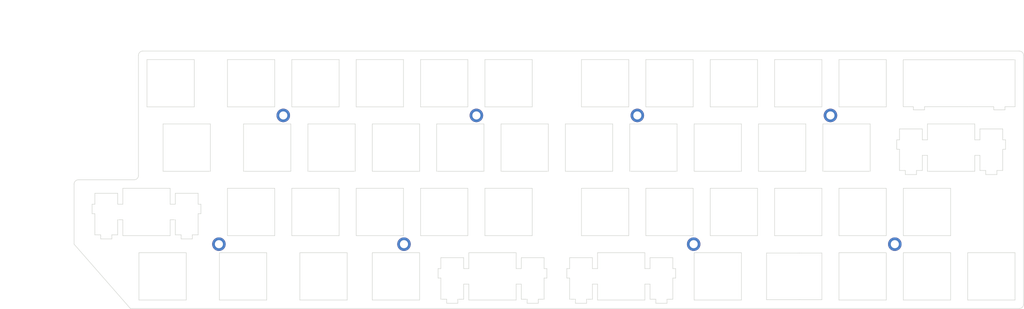
<source format=kicad_pcb>
(kicad_pcb (version 20171130) (host pcbnew "(5.0.0)")

  (general
    (thickness 1.6)
    (drawings 341)
    (tracks 0)
    (zones 0)
    (modules 8)
    (nets 1)
  )

  (page A3)
  (title_block
    (title Treadstone48_plate)
    (date 2019-02-04)
    (rev 1.1.2)
    (company marksard)
  )

  (layers
    (0 F.Cu signal)
    (31 B.Cu signal)
    (32 B.Adhes user)
    (33 F.Adhes user)
    (34 B.Paste user)
    (35 F.Paste user)
    (36 B.SilkS user)
    (37 F.SilkS user)
    (38 B.Mask user)
    (39 F.Mask user)
    (40 Dwgs.User user)
    (41 Cmts.User user)
    (42 Eco1.User user)
    (43 Eco2.User user)
    (44 Edge.Cuts user)
    (45 Margin user)
    (46 B.CrtYd user)
    (47 F.CrtYd user)
    (48 B.Fab user)
    (49 F.Fab user)
  )

  (setup
    (last_trace_width 0.25)
    (user_trace_width 0.5)
    (trace_clearance 0.2)
    (zone_clearance 0.508)
    (zone_45_only no)
    (trace_min 0.2)
    (segment_width 0.2)
    (edge_width 0.15)
    (via_size 0.6)
    (via_drill 0.4)
    (via_min_size 0.4)
    (via_min_drill 0.3)
    (uvia_size 0.3)
    (uvia_drill 0.1)
    (uvias_allowed no)
    (uvia_min_size 0.2)
    (uvia_min_drill 0.1)
    (pcb_text_width 0.3)
    (pcb_text_size 1.5 1.5)
    (mod_edge_width 0.15)
    (mod_text_size 1 1)
    (mod_text_width 0.15)
    (pad_size 4 4)
    (pad_drill 4)
    (pad_to_mask_clearance 0.2)
    (aux_axis_origin 96.26276 37.92586)
    (grid_origin 96.26276 37.92586)
    (visible_elements 7FFFF7FF)
    (pcbplotparams
      (layerselection 0x010f0_ffffffff)
      (usegerberextensions true)
      (usegerberattributes false)
      (usegerberadvancedattributes false)
      (creategerberjobfile false)
      (excludeedgelayer true)
      (linewidth 0.100000)
      (plotframeref false)
      (viasonmask true)
      (mode 1)
      (useauxorigin false)
      (hpglpennumber 1)
      (hpglpenspeed 20)
      (hpglpendiameter 15.000000)
      (psnegative false)
      (psa4output false)
      (plotreference true)
      (plotvalue false)
      (plotinvisibletext false)
      (padsonsilk false)
      (subtractmaskfromsilk false)
      (outputformat 1)
      (mirror false)
      (drillshape 0)
      (scaleselection 1)
      (outputdirectory "garber_plate/"))
  )

  (net 0 "")

  (net_class Default "これはデフォルトのネット クラスです。"
    (clearance 0.2)
    (trace_width 0.25)
    (via_dia 0.6)
    (via_drill 0.4)
    (uvia_dia 0.3)
    (uvia_drill 0.1)
  )

  (module kbd:LEGO_HOLE_2.4 (layer F.Cu) (tedit 5BCC85AE) (tstamp 5BD5539B)
    (at 251.04791 85.55206)
    (descr "Mounting Hole 2.2mm, no annular, M2")
    (tags "mounting hole 2.2mm no annular m2")
    (attr virtual)
    (fp_text reference "" (at 0 -3.2) (layer F.SilkS)
      (effects (font (size 1 1) (thickness 0.15)))
    )
    (fp_text value "" (at 0 3.2) (layer F.Fab)
      (effects (font (size 1 1) (thickness 0.15)))
    )
    (fp_text user %R (at 0.3 0) (layer F.Fab)
      (effects (font (size 1 1) (thickness 0.15)))
    )
    (fp_circle (center 0 0) (end 2 0) (layer Cmts.User) (width 0.15))
    (fp_circle (center 0 0) (end 2.45 0) (layer F.CrtYd) (width 0.05))
    (pad "" thru_hole circle (at 0 0) (size 4 4) (drill 2.4) (layers *.Cu *.Mask))
  )

  (module kbd:LEGO_HOLE_2.4 (layer F.Cu) (tedit 5BCC85AE) (tstamp 5BD545C9)
    (at 291.53018 47.4511)
    (descr "Mounting Hole 2.2mm, no annular, M2")
    (tags "mounting hole 2.2mm no annular m2")
    (attr virtual)
    (fp_text reference "" (at 0 -3.2) (layer F.SilkS)
      (effects (font (size 1 1) (thickness 0.15)))
    )
    (fp_text value "" (at 0 3.2) (layer F.Fab)
      (effects (font (size 1 1) (thickness 0.15)))
    )
    (fp_text user %R (at 0.3 0) (layer F.Fab)
      (effects (font (size 1 1) (thickness 0.15)))
    )
    (fp_circle (center 0 0) (end 2 0) (layer Cmts.User) (width 0.15))
    (fp_circle (center 0 0) (end 2.45 0) (layer F.CrtYd) (width 0.05))
    (pad "" thru_hole circle (at 0 0) (size 4 4) (drill 2.4) (layers *.Cu *.Mask))
  )

  (module kbd:LEGO_HOLE_2.4 (layer F.Cu) (tedit 5BCC85AE) (tstamp 5BD546C1)
    (at 234.37874 47.4511)
    (descr "Mounting Hole 2.2mm, no annular, M2")
    (tags "mounting hole 2.2mm no annular m2")
    (attr virtual)
    (fp_text reference "" (at 0 -3.2) (layer F.SilkS)
      (effects (font (size 1 1) (thickness 0.15)))
    )
    (fp_text value "" (at 0 3.2) (layer F.Fab)
      (effects (font (size 1 1) (thickness 0.15)))
    )
    (fp_text user %R (at 0.3 0) (layer F.Fab)
      (effects (font (size 1 1) (thickness 0.15)))
    )
    (fp_circle (center 0 0) (end 2 0) (layer Cmts.User) (width 0.15))
    (fp_circle (center 0 0) (end 2.45 0) (layer F.CrtYd) (width 0.05))
    (pad "" thru_hole circle (at 0 0) (size 4 4) (drill 2.4) (layers *.Cu *.Mask))
  )

  (module kbd:LEGO_HOLE_2.4 (layer F.Cu) (tedit 5BCC85AE) (tstamp 5BD547B9)
    (at 186.75254 47.4511)
    (descr "Mounting Hole 2.2mm, no annular, M2")
    (tags "mounting hole 2.2mm no annular m2")
    (attr virtual)
    (fp_text reference "" (at 0 -3.2) (layer F.SilkS)
      (effects (font (size 1 1) (thickness 0.15)))
    )
    (fp_text value "" (at 0 3.2) (layer F.Fab)
      (effects (font (size 1 1) (thickness 0.15)))
    )
    (fp_text user %R (at 0.3 0) (layer F.Fab)
      (effects (font (size 1 1) (thickness 0.15)))
    )
    (fp_circle (center 0 0) (end 2 0) (layer Cmts.User) (width 0.15))
    (fp_circle (center 0 0) (end 2.45 0) (layer F.CrtYd) (width 0.05))
    (pad "" thru_hole circle (at 0 0) (size 4 4) (drill 2.4) (layers *.Cu *.Mask))
  )

  (module kbd:LEGO_HOLE_2.4 (layer F.Cu) (tedit 5BCC85AE) (tstamp 5BD548B1)
    (at 129.6011 47.4511)
    (descr "Mounting Hole 2.2mm, no annular, M2")
    (tags "mounting hole 2.2mm no annular m2")
    (attr virtual)
    (fp_text reference "" (at 0 -3.2) (layer F.SilkS)
      (effects (font (size 1 1) (thickness 0.15)))
    )
    (fp_text value "" (at 0 3.2) (layer F.Fab)
      (effects (font (size 1 1) (thickness 0.15)))
    )
    (fp_text user %R (at 0.3 0) (layer F.Fab)
      (effects (font (size 1 1) (thickness 0.15)))
    )
    (fp_circle (center 0 0) (end 2 0) (layer Cmts.User) (width 0.15))
    (fp_circle (center 0 0) (end 2.45 0) (layer F.CrtYd) (width 0.05))
    (pad "" thru_hole circle (at 0 0) (size 4 4) (drill 2.4) (layers *.Cu *.Mask))
  )

  (module kbd:LEGO_HOLE_2.4 (layer F.Cu) (tedit 5BCC85AE) (tstamp 5BD5509D)
    (at 110.55062 85.55206)
    (descr "Mounting Hole 2.2mm, no annular, M2")
    (tags "mounting hole 2.2mm no annular m2")
    (attr virtual)
    (fp_text reference "" (at 0 -3.2) (layer F.SilkS)
      (effects (font (size 1 1) (thickness 0.15)))
    )
    (fp_text value "" (at 0 3.2) (layer F.Fab)
      (effects (font (size 1 1) (thickness 0.15)))
    )
    (fp_text user %R (at 0.3 0) (layer F.Fab)
      (effects (font (size 1 1) (thickness 0.15)))
    )
    (fp_circle (center 0 0) (end 2 0) (layer Cmts.User) (width 0.15))
    (fp_circle (center 0 0) (end 2.45 0) (layer F.CrtYd) (width 0.05))
    (pad "" thru_hole circle (at 0 0) (size 4 4) (drill 2.4) (layers *.Cu *.Mask))
  )

  (module kbd:LEGO_HOLE_2.4 (layer F.Cu) (tedit 5BCC85AE) (tstamp 5BD5519C)
    (at 165.32075 85.55206)
    (descr "Mounting Hole 2.2mm, no annular, M2")
    (tags "mounting hole 2.2mm no annular m2")
    (attr virtual)
    (fp_text reference "" (at 0 -3.2) (layer F.SilkS)
      (effects (font (size 1 1) (thickness 0.15)))
    )
    (fp_text value "" (at 0 3.2) (layer F.Fab)
      (effects (font (size 1 1) (thickness 0.15)))
    )
    (fp_text user %R (at 0.3 0) (layer F.Fab)
      (effects (font (size 1 1) (thickness 0.15)))
    )
    (fp_circle (center 0 0) (end 2 0) (layer Cmts.User) (width 0.15))
    (fp_circle (center 0 0) (end 2.45 0) (layer F.CrtYd) (width 0.05))
    (pad "" thru_hole circle (at 0 0) (size 4 4) (drill 2.4) (layers *.Cu *.Mask))
  )

  (module kbd:LEGO_HOLE_2.4 (layer F.Cu) (tedit 5BCC85AE) (tstamp 5BD5549A)
    (at 310.58066 85.55206)
    (descr "Mounting Hole 2.2mm, no annular, M2")
    (tags "mounting hole 2.2mm no annular m2")
    (attr virtual)
    (fp_text reference "" (at 0 -3.2) (layer F.SilkS)
      (effects (font (size 1 1) (thickness 0.15)))
    )
    (fp_text value "" (at 0 3.2) (layer F.Fab)
      (effects (font (size 1 1) (thickness 0.15)))
    )
    (fp_text user %R (at 0.3 0) (layer F.Fab)
      (effects (font (size 1 1) (thickness 0.15)))
    )
    (fp_circle (center 0 0) (end 2 0) (layer Cmts.User) (width 0.15))
    (fp_circle (center 0 0) (end 2.45 0) (layer F.CrtYd) (width 0.05))
    (pad "" thru_hole circle (at 0 0) (size 4 4) (drill 2.4) (layers *.Cu *.Mask))
  )

  (gr_line (start 251.18744 102.07574) (end 251.18744 88.07634) (layer Edge.Cuts) (width 0.15) (tstamp 5C581D80))
  (gr_line (start 265.18744 102.07574) (end 251.18744 102.07574) (layer Edge.Cuts) (width 0.15) (tstamp 5C581D7F))
  (gr_line (start 251.18744 88.07634) (end 265.18744 88.07634) (layer Edge.Cuts) (width 0.15) (tstamp 5C581D7E))
  (gr_line (start 265.18744 88.07634) (end 265.18744 102.07574) (layer Edge.Cuts) (width 0.15) (tstamp 5C581D7D))
  (gr_line (start 289.00006 88.17576) (end 289.00006 101.97529) (layer Edge.Cuts) (width 0.15) (tstamp 5BFD11FD))
  (gr_line (start 282.31273 88.17576) (end 289.00006 88.17576) (layer Edge.Cuts) (width 0.15) (tstamp 5BFD11FC))
  (gr_line (start 289.00006 101.97529) (end 282.302729 101.97529) (layer Edge.Cuts) (width 0.15) (tstamp 5BFD11FB))
  (gr_line (start 282.312781 101.97529) (end 272.61906 101.97529) (layer Edge.Cuts) (width 0.15))
  (gr_line (start 339.872865 44.87516) (end 332.04276 44.87516) (layer Edge.Cuts) (width 0.15) (tstamp 5BFD1146))
  (gr_line (start 316.072832 44.87516) (end 313.06276 44.87586) (layer Edge.Cuts) (width 0.15) (tstamp 5BFD112B))
  (gr_line (start 346.16276 44.87586) (end 343.172482 44.87516) (layer Edge.Cuts) (width 0.15) (tstamp 5BFD106C))
  (gr_line (start 346.16276 30.97586) (end 346.16276 44.875949) (layer Edge.Cuts) (width 0.15) (tstamp 5BFD106A))
  (gr_line (start 313.06276 44.87586) (end 313.06276 30.97656) (layer Edge.Cuts) (width 0.15) (tstamp 5BFD106D))
  (gr_line (start 332.04276 44.87516) (end 319.37276 44.87516) (layer Edge.Cuts) (width 0.15) (tstamp 5BFD106C))
  (gr_line (start 313.10006 30.97586) (end 346.16276 30.97586) (layer Edge.Cuts) (width 0.15) (tstamp 5BFD106B))
  (gr_line (start 319.37406 45.79536) (end 319.37406 44.875791) (layer Edge.Cuts) (width 0.15))
  (gr_line (start 316.07506 45.79536) (end 319.37406 45.79536) (layer Edge.Cuts) (width 0.15))
  (gr_line (start 316.07506 44.875088) (end 316.07506 45.79536) (layer Edge.Cuts) (width 0.15))
  (dimension 76.20192 (width 0.3) (layer F.CrtYd)
    (gr_text "76.202 mm" (at 51.29918 66.50158 270) (layer F.CrtYd)
      (effects (font (size 1.5 1.5) (thickness 0.3)))
    )
    (feature1 (pts (xy 65.30573 104.60254) (xy 52.812759 104.60254)))
    (feature2 (pts (xy 65.30573 28.40062) (xy 52.812759 28.40062)))
    (crossbar (pts (xy 53.39918 28.40062) (xy 53.39918 104.60254)))
    (arrow1a (pts (xy 53.39918 104.60254) (xy 52.812759 103.476036)))
    (arrow1b (pts (xy 53.39918 104.60254) (xy 53.985601 103.476036)))
    (arrow2a (pts (xy 53.39918 28.40062) (xy 52.812759 29.527124)))
    (arrow2b (pts (xy 53.39918 28.40062) (xy 53.985601 29.527124)))
  )
  (dimension 280.99458 (width 0.3) (layer F.CrtYd)
    (gr_text "280.995 mm" (at 208.18433 14.39407) (layer F.CrtYd)
      (effects (font (size 1.5 1.5) (thickness 0.3)))
    )
    (feature1 (pts (xy 67.68704 26.01931) (xy 67.68704 15.907649)))
    (feature2 (pts (xy 348.68162 26.01931) (xy 348.68162 15.907649)))
    (crossbar (pts (xy 348.68162 16.49407) (xy 67.68704 16.49407)))
    (arrow1a (pts (xy 67.68704 16.49407) (xy 68.813544 15.907649)))
    (arrow1b (pts (xy 67.68704 16.49407) (xy 68.813544 17.080491)))
    (arrow2a (pts (xy 348.68162 16.49407) (xy 347.555116 15.907649)))
    (arrow2b (pts (xy 348.68162 16.49407) (xy 347.555116 17.080491)))
  )
  (gr_arc (start 85.46776 65.23086) (end 85.46776 66.50086) (angle -90) (layer Edge.Cuts) (width 0.15))
  (gr_arc (start 88.00776 29.67086) (end 88.00776 28.40086) (angle -90) (layer Edge.Cuts) (width 0.15) (tstamp 5BD52E8D))
  (gr_arc (start 68.95776 67.77182) (end 68.95776 66.50182) (angle -90) (layer Edge.Cuts) (width 0.15) (tstamp 5BD52E8C))
  (gr_line (start 85.46776 66.50086) (end 68.95776 66.50086) (layer Edge.Cuts) (width 0.15))
  (gr_line (start 86.73776 29.67086) (end 86.73776 65.23086) (layer Edge.Cuts) (width 0.15))
  (gr_line (start 88.00776 28.40086) (end 347.4109 28.40182) (layer Edge.Cuts) (width 0.15) (tstamp 5BD5298B))
  (gr_line (start 84.35621 104.60254) (end 67.68704 85.55206) (layer Edge.Cuts) (width 0.15))
  (gr_arc (start 347.4109 103.33182) (end 347.4109 104.60182) (angle -90) (layer Edge.Cuts) (width 0.15))
  (gr_arc (start 347.4109 29.67182) (end 348.6809 29.67182) (angle -90) (layer Edge.Cuts) (width 0.15) (tstamp 5BD31ED3))
  (gr_line (start 67.68704 85.55206) (end 67.68776 67.77086) (layer Edge.Cuts) (width 0.15))
  (gr_line (start 347.4109 104.60182) (end 84.35621 104.60254) (layer Edge.Cuts) (width 0.15))
  (gr_line (start 348.6809 29.67182) (end 348.6809 103.33182) (layer Edge.Cuts) (width 0.15))
  (gr_line (start 318.71906 54.67636) (end 318.71906 51.44626) (layer Edge.Cuts) (width 0.15))
  (gr_line (start 340.79306 63.74656) (end 342.51806 63.74656) (layer Edge.Cuts) (width 0.15))
  (gr_line (start 334.24306 63.97516) (end 334.24306 59.27616) (layer Edge.Cuts) (width 0.15))
  (gr_line (start 311.96906 57.47636) (end 311.96906 63.74656) (layer Edge.Cuts) (width 0.15))
  (gr_line (start 340.79306 64.94536) (end 340.79306 63.74656) (layer Edge.Cuts) (width 0.15))
  (gr_line (start 311.14306 57.47636) (end 311.96906 57.47636) (layer Edge.Cuts) (width 0.15))
  (gr_line (start 320.24306 59.27616) (end 320.24306 63.97516) (layer Edge.Cuts) (width 0.15))
  (gr_line (start 337.49406 64.94536) (end 340.79306 64.94536) (layer Edge.Cuts) (width 0.15))
  (gr_line (start 337.49406 63.74656) (end 337.49406 64.94536) (layer Edge.Cuts) (width 0.15))
  (gr_line (start 334.24306 59.27616) (end 335.76906 59.27616) (layer Edge.Cuts) (width 0.15))
  (gr_line (start 311.96906 51.44626) (end 311.96906 54.67636) (layer Edge.Cuts) (width 0.15))
  (gr_line (start 335.76906 63.74656) (end 337.49406 63.74656) (layer Edge.Cuts) (width 0.15))
  (gr_line (start 320.24306 49.97586) (end 320.24306 54.67636) (layer Edge.Cuts) (width 0.15))
  (gr_line (start 335.76906 59.27616) (end 335.76906 63.74656) (layer Edge.Cuts) (width 0.15))
  (gr_line (start 320.24306 63.97516) (end 334.24306 63.97516) (layer Edge.Cuts) (width 0.15))
  (gr_line (start 320.24306 54.67636) (end 318.71906 54.67636) (layer Edge.Cuts) (width 0.15))
  (gr_line (start 318.71906 59.27616) (end 320.24306 59.27616) (layer Edge.Cuts) (width 0.15))
  (gr_line (start 316.99306 64.94536) (end 316.99306 63.74656) (layer Edge.Cuts) (width 0.15))
  (gr_line (start 318.71906 63.74656) (end 318.71906 59.27616) (layer Edge.Cuts) (width 0.15))
  (gr_line (start 316.99306 63.74656) (end 318.71906 63.74656) (layer Edge.Cuts) (width 0.15))
  (gr_line (start 311.96906 54.67636) (end 311.14306 54.67636) (layer Edge.Cuts) (width 0.15))
  (gr_line (start 318.71906 51.44626) (end 311.96906 51.44626) (layer Edge.Cuts) (width 0.15))
  (gr_line (start 327.10006 83.02526) (end 313.10006 83.02526) (layer Edge.Cuts) (width 0.15))
  (gr_line (start 313.69406 64.94536) (end 316.99306 64.94536) (layer Edge.Cuts) (width 0.15))
  (gr_line (start 313.69406 63.74656) (end 313.69406 64.94536) (layer Edge.Cuts) (width 0.15))
  (gr_line (start 313.10006 83.02526) (end 313.10006 69.02586) (layer Edge.Cuts) (width 0.15))
  (gr_line (start 311.96906 63.74656) (end 313.69406 63.74656) (layer Edge.Cuts) (width 0.15))
  (gr_line (start 311.14306 54.67636) (end 311.14306 57.47636) (layer Edge.Cuts) (width 0.15))
  (gr_line (start 102.66826 82.79516) (end 104.39346 82.79516) (layer Edge.Cuts) (width 0.15))
  (gr_line (start 275.00006 69.02586) (end 289.00006 69.02586) (layer Edge.Cuts) (width 0.15))
  (gr_line (start 170.22506 83.02526) (end 170.22506 69.02586) (layer Edge.Cuts) (width 0.15))
  (gr_line (start 132.12526 69.02586) (end 146.12456 69.02586) (layer Edge.Cuts) (width 0.15))
  (gr_line (start 104.39346 73.72626) (end 104.39346 70.49616) (layer Edge.Cuts) (width 0.15))
  (gr_line (start 96.11846 83.02526) (end 96.11846 78.32616) (layer Edge.Cuts) (width 0.15))
  (gr_line (start 231.85006 83.02526) (end 217.85006 83.02526) (layer Edge.Cuts) (width 0.15))
  (gr_line (start 313.10006 69.02586) (end 327.10006 69.02586) (layer Edge.Cuts) (width 0.15))
  (gr_line (start 102.66826 83.99546) (end 102.66826 82.79516) (layer Edge.Cuts) (width 0.15))
  (gr_line (start 250.90006 69.02586) (end 250.90006 83.02526) (layer Edge.Cuts) (width 0.15))
  (gr_line (start 127.07456 69.02586) (end 127.07456 83.02526) (layer Edge.Cuts) (width 0.15))
  (gr_line (start 294.05006 83.02526) (end 294.05006 69.02586) (layer Edge.Cuts) (width 0.15))
  (gr_line (start 308.05006 83.02526) (end 294.05006 83.02526) (layer Edge.Cuts) (width 0.15))
  (gr_line (start 255.95006 83.02526) (end 255.95006 69.02586) (layer Edge.Cuts) (width 0.15))
  (gr_line (start 250.90006 83.02526) (end 236.90006 83.02526) (layer Edge.Cuts) (width 0.15))
  (gr_line (start 189.27506 69.02586) (end 203.27506 69.02586) (layer Edge.Cuts) (width 0.15))
  (gr_line (start 217.85006 83.02526) (end 217.85006 69.02586) (layer Edge.Cuts) (width 0.15))
  (gr_line (start 113.07526 69.02586) (end 127.07456 69.02586) (layer Edge.Cuts) (width 0.15))
  (gr_line (start 82.11896 78.32616) (end 82.11896 83.02526) (layer Edge.Cuts) (width 0.15))
  (gr_line (start 97.64396 70.49616) (end 97.64396 73.72626) (layer Edge.Cuts) (width 0.15))
  (gr_line (start 105.21896 73.72626) (end 104.39346 73.72626) (layer Edge.Cuts) (width 0.15))
  (gr_line (start 99.36926 82.79516) (end 99.36926 83.99546) (layer Edge.Cuts) (width 0.15))
  (gr_line (start 80.59346 82.79516) (end 80.59346 78.32616) (layer Edge.Cuts) (width 0.15))
  (gr_line (start 82.11896 83.02526) (end 96.11846 83.02526) (layer Edge.Cuts) (width 0.15))
  (gr_line (start 80.59346 78.32616) (end 82.11896 78.32616) (layer Edge.Cuts) (width 0.15))
  (gr_line (start 308.05006 69.02586) (end 308.05006 83.02526) (layer Edge.Cuts) (width 0.15))
  (gr_line (start 294.05006 69.02586) (end 308.05006 69.02586) (layer Edge.Cuts) (width 0.15))
  (gr_line (start 96.11846 78.32616) (end 97.64396 78.32616) (layer Edge.Cuts) (width 0.15))
  (gr_line (start 275.00006 83.02526) (end 275.00006 69.02586) (layer Edge.Cuts) (width 0.15))
  (gr_line (start 269.95006 69.02586) (end 269.95006 83.02526) (layer Edge.Cuts) (width 0.15))
  (gr_line (start 113.07526 83.02526) (end 113.07526 69.02586) (layer Edge.Cuts) (width 0.15))
  (gr_line (start 132.12526 83.02526) (end 132.12526 69.02586) (layer Edge.Cuts) (width 0.15))
  (gr_line (start 236.90006 83.02526) (end 236.90006 69.02586) (layer Edge.Cuts) (width 0.15))
  (gr_line (start 165.17456 69.02586) (end 165.17456 83.02526) (layer Edge.Cuts) (width 0.15))
  (gr_line (start 104.39346 82.79516) (end 104.39346 76.52646) (layer Edge.Cuts) (width 0.15))
  (gr_line (start 96.11846 69.02586) (end 82.11896 69.02586) (layer Edge.Cuts) (width 0.15))
  (gr_line (start 127.07456 83.02526) (end 113.07526 83.02526) (layer Edge.Cuts) (width 0.15))
  (gr_line (start 184.22506 69.02586) (end 184.22506 83.02526) (layer Edge.Cuts) (width 0.15))
  (gr_line (start 151.17526 83.02526) (end 151.17526 69.02586) (layer Edge.Cuts) (width 0.15))
  (gr_line (start 146.12456 69.02586) (end 146.12456 83.02526) (layer Edge.Cuts) (width 0.15))
  (gr_line (start 236.90006 69.02586) (end 250.90006 69.02586) (layer Edge.Cuts) (width 0.15))
  (gr_line (start 97.64396 82.79516) (end 99.36926 82.79516) (layer Edge.Cuts) (width 0.15))
  (gr_line (start 97.64396 78.32616) (end 97.64396 82.79516) (layer Edge.Cuts) (width 0.15))
  (gr_line (start 289.00006 83.02526) (end 275.00006 83.02526) (layer Edge.Cuts) (width 0.15))
  (gr_line (start 289.00006 69.02586) (end 289.00006 83.02526) (layer Edge.Cuts) (width 0.15))
  (gr_line (start 255.95006 69.02586) (end 269.95006 69.02586) (layer Edge.Cuts) (width 0.15))
  (gr_line (start 99.36926 83.99546) (end 102.66826 83.99546) (layer Edge.Cuts) (width 0.15))
  (gr_line (start 104.39346 70.49616) (end 97.64396 70.49616) (layer Edge.Cuts) (width 0.15))
  (gr_line (start 165.17456 83.02526) (end 151.17526 83.02526) (layer Edge.Cuts) (width 0.15))
  (gr_line (start 96.11846 73.72626) (end 96.11846 69.02586) (layer Edge.Cuts) (width 0.15))
  (gr_line (start 189.27506 83.02526) (end 189.27506 69.02586) (layer Edge.Cuts) (width 0.15))
  (gr_line (start 170.22506 69.02586) (end 184.22506 69.02586) (layer Edge.Cuts) (width 0.15))
  (gr_line (start 217.85006 69.02586) (end 231.85006 69.02586) (layer Edge.Cuts) (width 0.15))
  (gr_line (start 203.27506 69.02586) (end 203.27506 83.02526) (layer Edge.Cuts) (width 0.15))
  (gr_line (start 203.27506 83.02526) (end 189.27506 83.02526) (layer Edge.Cuts) (width 0.15))
  (gr_line (start 184.22506 83.02526) (end 170.22506 83.02526) (layer Edge.Cuts) (width 0.15))
  (gr_line (start 151.17526 69.02586) (end 165.17456 69.02586) (layer Edge.Cuts) (width 0.15))
  (gr_line (start 104.39346 76.52646) (end 105.21896 76.52646) (layer Edge.Cuts) (width 0.15))
  (gr_line (start 146.12456 83.02526) (end 132.12526 83.02526) (layer Edge.Cuts) (width 0.15))
  (gr_line (start 269.95006 83.02526) (end 255.95006 83.02526) (layer Edge.Cuts) (width 0.15))
  (gr_line (start 231.85006 69.02586) (end 231.85006 83.02526) (layer Edge.Cuts) (width 0.15))
  (gr_line (start 97.64396 73.72626) (end 96.11846 73.72626) (layer Edge.Cuts) (width 0.15))
  (gr_line (start 105.21896 76.52646) (end 105.21896 73.72626) (layer Edge.Cuts) (width 0.15))
  (gr_line (start 327.10006 69.02586) (end 327.10006 83.02526) (layer Edge.Cuts) (width 0.15))
  (gr_line (start 332.15006 88.07576) (end 346.15006 88.07576) (layer Edge.Cuts) (width 0.15))
  (gr_line (start 327.10006 102.07529) (end 313.10006 102.07529) (layer Edge.Cuts) (width 0.15))
  (gr_line (start 313.10006 102.07529) (end 313.10006 88.07576) (layer Edge.Cuts) (width 0.15))
  (gr_line (start 346.15006 88.07576) (end 346.15006 102.07529) (layer Edge.Cuts) (width 0.15) (tstamp 5BD3221E))
  (gr_line (start 73.84386 70.49616) (end 73.84386 73.72626) (layer Edge.Cuts) (width 0.15))
  (gr_line (start 80.59346 73.72626) (end 80.59346 70.49616) (layer Edge.Cuts) (width 0.15))
  (gr_line (start 82.11896 73.72626) (end 80.59346 73.72626) (layer Edge.Cuts) (width 0.15))
  (gr_line (start 272.61906 101.97529) (end 272.61906 88.17576) (layer Edge.Cuts) (width 0.15))
  (gr_line (start 82.11896 69.02586) (end 82.11896 73.72626) (layer Edge.Cuts) (width 0.15))
  (gr_line (start 346.15006 102.07529) (end 332.15006 102.07529) (layer Edge.Cuts) (width 0.15))
  (gr_line (start 327.10006 88.07576) (end 327.10006 102.07529) (layer Edge.Cuts) (width 0.15))
  (gr_line (start 313.10006 88.07576) (end 327.10006 88.07576) (layer Edge.Cuts) (width 0.15))
  (gr_line (start 332.15006 102.07529) (end 332.15006 88.07576) (layer Edge.Cuts) (width 0.15))
  (gr_line (start 294.05006 102.07529) (end 294.05006 88.07576) (layer Edge.Cuts) (width 0.15))
  (gr_line (start 294.05006 88.07576) (end 308.05006 88.07576) (layer Edge.Cuts) (width 0.15))
  (gr_line (start 78.86816 82.79516) (end 80.59346 82.79516) (layer Edge.Cuts) (width 0.15))
  (gr_line (start 78.86816 83.99546) (end 78.86816 82.79516) (layer Edge.Cuts) (width 0.15))
  (gr_line (start 73.84386 76.52646) (end 73.84386 82.79516) (layer Edge.Cuts) (width 0.15))
  (gr_line (start 308.05006 102.07529) (end 294.05006 102.07529) (layer Edge.Cuts) (width 0.15))
  (gr_line (start 75.56915 83.99546) (end 78.86816 83.99546) (layer Edge.Cuts) (width 0.15))
  (gr_line (start 75.56915 82.79516) (end 75.56915 83.99546) (layer Edge.Cuts) (width 0.15))
  (gr_line (start 73.84386 82.79516) (end 75.56915 82.79516) (layer Edge.Cuts) (width 0.15))
  (gr_line (start 73.01839 76.52646) (end 73.84386 76.52646) (layer Edge.Cuts) (width 0.15))
  (gr_line (start 73.01839 73.72626) (end 73.01839 76.52646) (layer Edge.Cuts) (width 0.15))
  (gr_line (start 73.84386 73.72626) (end 73.01839 73.72626) (layer Edge.Cuts) (width 0.15))
  (gr_line (start 308.05006 88.07576) (end 308.05006 102.07529) (layer Edge.Cuts) (width 0.15))
  (gr_line (start 80.59346 70.49616) (end 73.84386 70.49616) (layer Edge.Cuts) (width 0.15))
  (gr_line (start 238.13806 101.84653) (end 239.86106 101.84653) (layer Edge.Cuts) (width 0.15))
  (gr_line (start 200.03806 89.54616) (end 200.03806 92.77626) (layer Edge.Cuts) (width 0.15))
  (gr_line (start 222.61106 88.07576) (end 222.61106 92.77626) (layer Edge.Cuts) (width 0.15))
  (gr_line (start 169.93706 102.07529) (end 155.93776 102.07529) (layer Edge.Cuts) (width 0.15))
  (gr_line (start 134.50656 102.07529) (end 134.50656 88.07576) (layer Edge.Cuts) (width 0.15))
  (gr_line (start 213.51206 92.77626) (end 213.51206 95.57646) (layer Edge.Cuts) (width 0.15))
  (gr_line (start 214.33606 89.54616) (end 214.33606 92.77626) (layer Edge.Cuts) (width 0.15))
  (gr_line (start 206.78706 92.77626) (end 206.78706 89.54616) (layer Edge.Cuts) (width 0.15))
  (gr_line (start 214.33606 92.77626) (end 213.51206 92.77626) (layer Edge.Cuts) (width 0.15))
  (gr_line (start 124.69336 102.07529) (end 110.69406 102.07529) (layer Edge.Cuts) (width 0.15))
  (gr_line (start 169.93706 88.07576) (end 169.93706 102.07529) (layer Edge.Cuts) (width 0.15))
  (gr_line (start 148.50586 102.07529) (end 134.50656 102.07529) (layer Edge.Cuts) (width 0.15))
  (gr_line (start 222.61106 97.37619) (end 222.61106 102.07529) (layer Edge.Cuts) (width 0.15))
  (gr_line (start 134.50656 88.07576) (end 148.50586 88.07576) (layer Edge.Cuts) (width 0.15))
  (gr_line (start 86.88146 88.07576) (end 100.88096 88.07576) (layer Edge.Cuts) (width 0.15))
  (gr_line (start 110.69406 88.07576) (end 124.69336 88.07576) (layer Edge.Cuts) (width 0.15))
  (gr_line (start 243.16306 103.04543) (end 243.16306 101.84653) (layer Edge.Cuts) (width 0.15))
  (gr_line (start 216.06106 103.04543) (end 219.36206 103.04543) (layer Edge.Cuts) (width 0.15))
  (gr_line (start 221.08706 97.37619) (end 222.61106 97.37619) (layer Edge.Cuts) (width 0.15))
  (gr_line (start 216.06106 101.84653) (end 216.06106 103.04543) (layer Edge.Cuts) (width 0.15))
  (gr_line (start 214.33606 101.84653) (end 216.06106 101.84653) (layer Edge.Cuts) (width 0.15))
  (gr_line (start 243.16306 101.84653) (end 244.88706 101.84653) (layer Edge.Cuts) (width 0.15))
  (gr_line (start 213.51206 95.57646) (end 214.33606 95.57646) (layer Edge.Cuts) (width 0.15))
  (gr_line (start 222.61106 92.77626) (end 221.08706 92.77626) (layer Edge.Cuts) (width 0.15))
  (gr_line (start 198.51206 88.07576) (end 184.51106 88.07576) (layer Edge.Cuts) (width 0.15))
  (gr_line (start 198.51206 92.77626) (end 198.51206 88.07576) (layer Edge.Cuts) (width 0.15))
  (gr_line (start 244.88706 92.77626) (end 244.88706 89.54616) (layer Edge.Cuts) (width 0.15))
  (gr_line (start 245.71106 92.77626) (end 244.88706 92.77626) (layer Edge.Cuts) (width 0.15))
  (gr_line (start 124.69336 88.07576) (end 124.69336 102.07529) (layer Edge.Cuts) (width 0.15))
  (gr_line (start 238.13806 97.37619) (end 238.13806 101.84653) (layer Edge.Cuts) (width 0.15))
  (gr_line (start 236.61206 97.37619) (end 238.13806 97.37619) (layer Edge.Cuts) (width 0.15))
  (gr_line (start 200.03806 92.77626) (end 198.51206 92.77626) (layer Edge.Cuts) (width 0.15))
  (gr_line (start 221.08706 89.54616) (end 214.33606 89.54616) (layer Edge.Cuts) (width 0.15))
  (gr_line (start 222.61106 102.07529) (end 236.61206 102.07529) (layer Edge.Cuts) (width 0.15))
  (gr_line (start 221.08706 101.84653) (end 221.08706 97.37619) (layer Edge.Cuts) (width 0.15))
  (gr_line (start 219.36206 103.04543) (end 219.36206 101.84653) (layer Edge.Cuts) (width 0.15))
  (gr_line (start 272.61906 88.17576) (end 282.302765 88.17576) (layer Edge.Cuts) (width 0.15))
  (gr_line (start 100.88096 88.07576) (end 100.88096 102.07529) (layer Edge.Cuts) (width 0.15))
  (gr_line (start 244.88706 89.54616) (end 238.13806 89.54616) (layer Edge.Cuts) (width 0.15))
  (gr_line (start 236.61206 92.77626) (end 236.61206 88.07576) (layer Edge.Cuts) (width 0.15))
  (gr_line (start 236.61206 102.07529) (end 236.61206 97.37619) (layer Edge.Cuts) (width 0.15))
  (gr_line (start 221.08706 92.77626) (end 221.08706 89.54616) (layer Edge.Cuts) (width 0.15))
  (gr_line (start 238.13806 89.54616) (end 238.13806 92.77626) (layer Edge.Cuts) (width 0.15))
  (gr_line (start 100.88096 102.07529) (end 86.88146 102.07529) (layer Edge.Cuts) (width 0.15))
  (gr_line (start 219.36206 101.84653) (end 221.08706 101.84653) (layer Edge.Cuts) (width 0.15))
  (gr_line (start 238.13806 92.77626) (end 236.61206 92.77626) (layer Edge.Cuts) (width 0.15))
  (gr_line (start 244.88706 95.57646) (end 245.71106 95.57646) (layer Edge.Cuts) (width 0.15))
  (gr_line (start 236.61206 88.07576) (end 222.61106 88.07576) (layer Edge.Cuts) (width 0.15))
  (gr_line (start 239.86106 103.04543) (end 243.16306 103.04543) (layer Edge.Cuts) (width 0.15))
  (gr_line (start 155.93776 102.07529) (end 155.93776 88.07576) (layer Edge.Cuts) (width 0.15))
  (gr_line (start 155.93776 88.07576) (end 169.93706 88.07576) (layer Edge.Cuts) (width 0.15))
  (gr_line (start 86.88146 102.07529) (end 86.88146 88.07576) (layer Edge.Cuts) (width 0.15))
  (gr_line (start 244.88706 101.84653) (end 244.88706 95.57646) (layer Edge.Cuts) (width 0.15))
  (gr_line (start 245.71106 95.57646) (end 245.71106 92.77626) (layer Edge.Cuts) (width 0.15))
  (gr_line (start 148.50586 88.07576) (end 148.50586 102.07529) (layer Edge.Cuts) (width 0.15))
  (gr_line (start 110.69406 102.07529) (end 110.69406 88.07576) (layer Edge.Cuts) (width 0.15))
  (gr_line (start 214.33606 95.57646) (end 214.33606 101.84653) (layer Edge.Cuts) (width 0.15))
  (gr_line (start 206.78706 89.54616) (end 200.03806 89.54616) (layer Edge.Cuts) (width 0.15))
  (gr_line (start 239.86106 101.84653) (end 239.86106 103.04543) (layer Edge.Cuts) (width 0.15))
  (gr_line (start 275.00006 44.92516) (end 275.00006 30.92586) (layer Edge.Cuts) (width 0.15))
  (gr_line (start 289.00006 44.92516) (end 275.00006 44.92516) (layer Edge.Cuts) (width 0.15))
  (gr_line (start 294.05006 44.92516) (end 294.05006 30.92586) (layer Edge.Cuts) (width 0.15) (tstamp 5BFD09F6))
  (gr_line (start 294.05006 30.92586) (end 308.05006 30.92586) (layer Edge.Cuts) (width 0.15) (tstamp 5BFD09FC))
  (gr_line (start 308.05006 30.92586) (end 308.05006 44.92516) (layer Edge.Cuts) (width 0.15) (tstamp 5BFD09FF))
  (gr_line (start 308.05006 44.92516) (end 294.05006 44.92516) (layer Edge.Cuts) (width 0.15) (tstamp 5BFD09F9))
  (gr_line (start 113.07526 44.92516) (end 113.07526 30.92586) (layer Edge.Cuts) (width 0.15))
  (gr_line (start 217.85006 44.92516) (end 217.85006 30.92586) (layer Edge.Cuts) (width 0.15))
  (gr_line (start 231.85006 44.92516) (end 217.85006 44.92516) (layer Edge.Cuts) (width 0.15))
  (gr_line (start 170.22506 30.92586) (end 184.22506 30.92586) (layer Edge.Cuts) (width 0.15))
  (gr_line (start 231.85006 30.92586) (end 231.85006 44.92516) (layer Edge.Cuts) (width 0.15))
  (gr_line (start 189.27506 30.92586) (end 203.27506 30.92586) (layer Edge.Cuts) (width 0.15))
  (gr_line (start 146.12456 44.92516) (end 132.12526 44.92516) (layer Edge.Cuts) (width 0.15))
  (gr_line (start 113.07526 30.92586) (end 127.07456 30.92586) (layer Edge.Cuts) (width 0.15))
  (gr_line (start 127.07456 30.92586) (end 127.07456 44.92516) (layer Edge.Cuts) (width 0.15))
  (gr_line (start 189.27506 44.92516) (end 189.27506 30.92586) (layer Edge.Cuts) (width 0.15))
  (gr_line (start 146.12456 30.92586) (end 146.12456 44.92516) (layer Edge.Cuts) (width 0.15))
  (gr_line (start 217.85006 30.92586) (end 231.85006 30.92586) (layer Edge.Cuts) (width 0.15))
  (gr_line (start 132.12526 30.92586) (end 146.12456 30.92586) (layer Edge.Cuts) (width 0.15))
  (gr_line (start 339.87406 45.79536) (end 343.17506 45.79536) (layer Edge.Cuts) (width 0.15))
  (gr_line (start 165.17456 30.92586) (end 165.17456 44.92516) (layer Edge.Cuts) (width 0.15))
  (gr_line (start 184.22506 30.92586) (end 184.22506 44.92516) (layer Edge.Cuts) (width 0.15))
  (gr_line (start 203.27506 30.92586) (end 203.27506 44.92516) (layer Edge.Cuts) (width 0.15))
  (gr_line (start 89.26276 30.92586) (end 103.26206 30.92586) (layer Edge.Cuts) (width 0.15))
  (gr_line (start 170.22506 44.92516) (end 170.22506 30.92586) (layer Edge.Cuts) (width 0.15))
  (gr_line (start 103.26206 30.92586) (end 103.26206 44.92516) (layer Edge.Cuts) (width 0.15))
  (gr_line (start 289.00006 30.92586) (end 289.00006 44.92516) (layer Edge.Cuts) (width 0.15))
  (gr_line (start 275.00006 30.92586) (end 289.00006 30.92586) (layer Edge.Cuts) (width 0.15))
  (gr_line (start 255.95006 44.92516) (end 255.95006 30.92586) (layer Edge.Cuts) (width 0.15))
  (gr_line (start 269.95006 44.92516) (end 255.95006 44.92516) (layer Edge.Cuts) (width 0.15))
  (gr_line (start 250.90006 44.92516) (end 236.90006 44.92516) (layer Edge.Cuts) (width 0.15))
  (gr_line (start 269.95006 30.92586) (end 269.95006 44.92516) (layer Edge.Cuts) (width 0.15))
  (gr_line (start 255.95006 30.92586) (end 269.95006 30.92586) (layer Edge.Cuts) (width 0.15))
  (gr_line (start 184.22506 44.92516) (end 170.22506 44.92516) (layer Edge.Cuts) (width 0.15))
  (gr_line (start 151.17526 44.92516) (end 151.17526 30.92586) (layer Edge.Cuts) (width 0.15))
  (gr_line (start 343.17506 45.79536) (end 343.17506 44.873752) (layer Edge.Cuts) (width 0.15))
  (gr_line (start 151.17526 30.92586) (end 165.17456 30.92586) (layer Edge.Cuts) (width 0.15))
  (gr_line (start 236.90006 44.92516) (end 236.90006 30.92586) (layer Edge.Cuts) (width 0.15))
  (gr_line (start 89.26276 44.92516) (end 89.26276 30.92586) (layer Edge.Cuts) (width 0.15))
  (gr_line (start 250.90006 30.92586) (end 250.90006 44.92516) (layer Edge.Cuts) (width 0.15))
  (gr_line (start 165.17456 44.92516) (end 151.17526 44.92516) (layer Edge.Cuts) (width 0.15))
  (gr_line (start 127.07456 44.92516) (end 113.07526 44.92516) (layer Edge.Cuts) (width 0.15))
  (gr_line (start 236.90006 30.92586) (end 250.90006 30.92586) (layer Edge.Cuts) (width 0.15))
  (gr_line (start 203.27506 44.92516) (end 189.27506 44.92516) (layer Edge.Cuts) (width 0.15))
  (gr_line (start 132.12526 44.92516) (end 132.12526 30.92586) (layer Edge.Cuts) (width 0.15))
  (gr_line (start 339.87406 44.875791) (end 339.87406 45.79536) (layer Edge.Cuts) (width 0.15))
  (gr_line (start 103.26206 44.92516) (end 89.26276 44.92516) (layer Edge.Cuts) (width 0.15))
  (gr_line (start 342.51806 57.47636) (end 343.34406 57.47636) (layer Edge.Cuts) (width 0.15))
  (gr_line (start 342.51806 51.44626) (end 335.76906 51.44626) (layer Edge.Cuts) (width 0.15))
  (gr_line (start 246.13706 49.97586) (end 246.13706 63.97516) (layer Edge.Cuts) (width 0.15))
  (gr_line (start 303.28706 49.97586) (end 303.28706 63.97516) (layer Edge.Cuts) (width 0.15))
  (gr_line (start 208.03706 63.97516) (end 194.03806 63.97516) (layer Edge.Cuts) (width 0.15))
  (gr_line (start 284.23706 63.97516) (end 270.23806 63.97516) (layer Edge.Cuts) (width 0.15))
  (gr_line (start 289.28806 49.97586) (end 303.28706 49.97586) (layer Edge.Cuts) (width 0.15))
  (gr_line (start 174.98806 49.97586) (end 188.98706 49.97586) (layer Edge.Cuts) (width 0.15))
  (gr_line (start 155.93776 49.97586) (end 169.93706 49.97586) (layer Edge.Cuts) (width 0.15))
  (gr_line (start 251.18806 49.97586) (end 265.18706 49.97586) (layer Edge.Cuts) (width 0.15))
  (gr_line (start 303.28706 63.97516) (end 289.28806 63.97516) (layer Edge.Cuts) (width 0.15))
  (gr_line (start 265.18706 63.97516) (end 251.18806 63.97516) (layer Edge.Cuts) (width 0.15))
  (gr_line (start 265.18706 49.97586) (end 265.18706 63.97516) (layer Edge.Cuts) (width 0.15))
  (gr_line (start 94.02526 63.97516) (end 94.02526 49.97586) (layer Edge.Cuts) (width 0.15))
  (gr_line (start 343.34406 57.47636) (end 343.34406 54.67636) (layer Edge.Cuts) (width 0.15))
  (gr_line (start 194.03806 49.97586) (end 208.03706 49.97586) (layer Edge.Cuts) (width 0.15))
  (gr_line (start 342.51806 63.74656) (end 342.51806 57.47636) (layer Edge.Cuts) (width 0.15))
  (gr_line (start 155.93776 63.97516) (end 155.93776 49.97586) (layer Edge.Cuts) (width 0.15))
  (gr_line (start 194.03806 63.97516) (end 194.03806 49.97586) (layer Edge.Cuts) (width 0.15))
  (gr_line (start 232.13806 63.97516) (end 232.13806 49.97586) (layer Edge.Cuts) (width 0.15))
  (gr_line (start 108.02456 49.97586) (end 108.02456 63.97516) (layer Edge.Cuts) (width 0.15))
  (gr_line (start 251.18806 63.97516) (end 251.18806 49.97586) (layer Edge.Cuts) (width 0.15))
  (gr_line (start 169.93706 63.97516) (end 155.93776 63.97516) (layer Edge.Cuts) (width 0.15))
  (gr_line (start 227.08706 49.97586) (end 227.08706 63.97516) (layer Edge.Cuts) (width 0.15))
  (gr_line (start 188.98706 49.97586) (end 188.98706 63.97516) (layer Edge.Cuts) (width 0.15))
  (gr_line (start 117.83776 49.97586) (end 131.83706 49.97586) (layer Edge.Cuts) (width 0.15))
  (gr_line (start 289.28806 63.97516) (end 289.28806 49.97586) (layer Edge.Cuts) (width 0.15))
  (gr_line (start 213.08806 63.97516) (end 213.08806 49.97586) (layer Edge.Cuts) (width 0.15))
  (gr_line (start 270.23806 63.97516) (end 270.23806 49.97586) (layer Edge.Cuts) (width 0.15))
  (gr_line (start 334.24306 49.97586) (end 320.24306 49.97586) (layer Edge.Cuts) (width 0.15))
  (gr_line (start 284.23706 49.97586) (end 284.23706 63.97516) (layer Edge.Cuts) (width 0.15))
  (gr_line (start 270.23806 49.97586) (end 284.23706 49.97586) (layer Edge.Cuts) (width 0.15))
  (gr_line (start 246.13706 63.97516) (end 232.13806 63.97516) (layer Edge.Cuts) (width 0.15))
  (gr_line (start 131.83706 63.97516) (end 117.83776 63.97516) (layer Edge.Cuts) (width 0.15))
  (gr_line (start 232.13806 49.97586) (end 246.13706 49.97586) (layer Edge.Cuts) (width 0.15))
  (gr_line (start 227.08706 63.97516) (end 213.08806 63.97516) (layer Edge.Cuts) (width 0.15))
  (gr_line (start 213.08806 49.97586) (end 227.08706 49.97586) (layer Edge.Cuts) (width 0.15))
  (gr_line (start 342.51806 54.67636) (end 342.51806 51.44626) (layer Edge.Cuts) (width 0.15))
  (gr_line (start 208.03706 49.97586) (end 208.03706 63.97516) (layer Edge.Cuts) (width 0.15))
  (gr_line (start 150.88706 63.97516) (end 136.88776 63.97516) (layer Edge.Cuts) (width 0.15))
  (gr_line (start 94.02526 49.97586) (end 108.02456 49.97586) (layer Edge.Cuts) (width 0.15))
  (gr_line (start 334.24306 54.67636) (end 334.24306 49.97586) (layer Edge.Cuts) (width 0.15))
  (gr_line (start 136.88776 49.97586) (end 150.88706 49.97586) (layer Edge.Cuts) (width 0.15))
  (gr_line (start 335.76906 51.44626) (end 335.76906 54.67636) (layer Edge.Cuts) (width 0.15))
  (gr_line (start 169.93706 49.97586) (end 169.93706 63.97516) (layer Edge.Cuts) (width 0.15))
  (gr_line (start 136.88776 63.97516) (end 136.88776 49.97586) (layer Edge.Cuts) (width 0.15))
  (gr_line (start 150.88706 49.97586) (end 150.88706 63.97516) (layer Edge.Cuts) (width 0.15))
  (gr_line (start 335.76906 54.67636) (end 334.24306 54.67636) (layer Edge.Cuts) (width 0.15))
  (gr_line (start 131.83706 49.97586) (end 131.83706 63.97516) (layer Edge.Cuts) (width 0.15))
  (gr_line (start 343.34406 54.67636) (end 342.51806 54.67636) (layer Edge.Cuts) (width 0.15))
  (gr_line (start 174.98806 63.97516) (end 174.98806 49.97586) (layer Edge.Cuts) (width 0.15))
  (gr_line (start 188.98706 63.97516) (end 174.98806 63.97516) (layer Edge.Cuts) (width 0.15))
  (gr_line (start 117.83776 63.97516) (end 117.83776 49.97586) (layer Edge.Cuts) (width 0.15))
  (gr_line (start 108.02456 63.97516) (end 94.02526 63.97516) (layer Edge.Cuts) (width 0.15))
  (gr_line (start 175.41206 92.77626) (end 175.41206 95.57646) (layer Edge.Cuts) (width 0.15))
  (gr_line (start 176.23606 92.77626) (end 175.41206 92.77626) (layer Edge.Cuts) (width 0.15))
  (gr_line (start 182.98706 101.84653) (end 182.98706 97.37619) (layer Edge.Cuts) (width 0.15))
  (gr_line (start 177.96106 103.04543) (end 181.26206 103.04543) (layer Edge.Cuts) (width 0.15))
  (gr_line (start 177.96106 101.84653) (end 177.96106 103.04543) (layer Edge.Cuts) (width 0.15))
  (gr_line (start 176.23606 95.57646) (end 176.23606 101.84653) (layer Edge.Cuts) (width 0.15))
  (gr_line (start 175.41206 95.57646) (end 176.23606 95.57646) (layer Edge.Cuts) (width 0.15))
  (gr_line (start 182.98706 97.37619) (end 184.51106 97.37619) (layer Edge.Cuts) (width 0.15))
  (gr_line (start 207.61106 92.77626) (end 206.78706 92.77626) (layer Edge.Cuts) (width 0.15))
  (gr_line (start 181.26206 101.84653) (end 182.98706 101.84653) (layer Edge.Cuts) (width 0.15))
  (gr_line (start 176.23606 89.54616) (end 176.23606 92.77626) (layer Edge.Cuts) (width 0.15))
  (gr_line (start 182.98706 89.54616) (end 176.23606 89.54616) (layer Edge.Cuts) (width 0.15))
  (gr_line (start 207.61106 95.57646) (end 207.61106 92.77626) (layer Edge.Cuts) (width 0.15))
  (gr_line (start 206.78706 95.57646) (end 207.61106 95.57646) (layer Edge.Cuts) (width 0.15))
  (gr_line (start 206.78706 101.84653) (end 206.78706 95.57646) (layer Edge.Cuts) (width 0.15))
  (gr_line (start 205.06306 101.84653) (end 206.78706 101.84653) (layer Edge.Cuts) (width 0.15))
  (gr_line (start 201.76306 101.84653) (end 201.76306 103.04543) (layer Edge.Cuts) (width 0.15))
  (gr_line (start 205.06306 103.04543) (end 205.06306 101.84653) (layer Edge.Cuts) (width 0.15))
  (gr_line (start 201.76306 103.04543) (end 205.06306 103.04543) (layer Edge.Cuts) (width 0.15))
  (gr_line (start 200.03806 101.84653) (end 201.76306 101.84653) (layer Edge.Cuts) (width 0.15))
  (gr_line (start 182.98706 92.77626) (end 182.98706 89.54616) (layer Edge.Cuts) (width 0.15))
  (gr_line (start 200.03806 97.37619) (end 200.03806 101.84653) (layer Edge.Cuts) (width 0.15))
  (gr_line (start 198.51206 97.37619) (end 200.03806 97.37619) (layer Edge.Cuts) (width 0.15))
  (gr_line (start 198.51206 102.07529) (end 198.51206 97.37619) (layer Edge.Cuts) (width 0.15))
  (gr_line (start 181.26206 103.04543) (end 181.26206 101.84653) (layer Edge.Cuts) (width 0.15))
  (gr_line (start 184.51106 102.07529) (end 198.51206 102.07529) (layer Edge.Cuts) (width 0.15))
  (gr_line (start 184.51106 97.37619) (end 184.51106 102.07529) (layer Edge.Cuts) (width 0.15))
  (gr_line (start 176.23606 101.84653) (end 177.96106 101.84653) (layer Edge.Cuts) (width 0.15))
  (gr_line (start 184.51106 92.77626) (end 182.98706 92.77626) (layer Edge.Cuts) (width 0.15))
  (gr_line (start 184.51106 88.07576) (end 184.51106 92.77626) (layer Edge.Cuts) (width 0.15))

)

</source>
